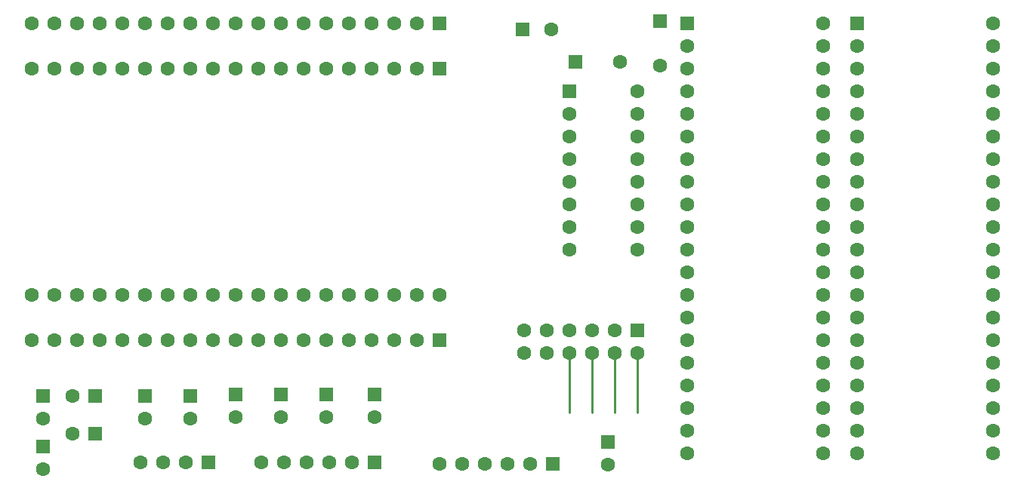
<source format=gts>
%FSLAX46Y46*%
%MOIN*%
G01*
G75*
%ADD10C,0.063000*%
%AMRECT11*21,1,0.063000,0.063000,0.0,0.0,0.000000*%
%ADD11RECT11*%
%AMRECT12*21,1,0.063000,0.063000,0.0,0.0,-90.000000*%
%ADD12RECT12*%
%AMRECT13*21,1,0.063000,0.063000,0.0,0.0,-180.000000*%
%ADD13RECT13*%
%AMRECT14*21,1,0.063000,0.063000,0.0,0.0,-270.000000*%
%ADD14RECT14*%
%ADD15C,0.010000*%
D10*
X3587500Y2156250D03*
X2768750Y1656250D03*
X3587500Y1656250D03*
X2768750Y1256250D03*
X3587500Y1756250D03*
X4337500Y256250D03*
X3587500Y956250D03*
X3587500Y856250D03*
X2868750Y1970325D03*
X143750Y187500D03*
X3587500Y556250D03*
X3587500Y2056250D03*
X2768750Y1456250D03*
X993750Y418750D03*
X793750Y412500D03*
X3587500Y256250D03*
X4337500Y1756250D03*
X2768750Y1156250D03*
X4337500Y1856250D03*
X3587500Y356250D03*
X4337500Y2156250D03*
X2768750Y1556250D03*
X4337500Y1456250D03*
X4337500Y2056250D03*
X4337500Y756250D03*
X1606250Y418750D03*
X3587500Y1856250D03*
X143750Y412500D03*
X4337500Y1256250D03*
X4337500Y556250D03*
X2637500Y206250D03*
X1393750Y418750D03*
X4337500Y956250D03*
X4337500Y1556250D03*
X3587500Y1456250D03*
X3587500Y756250D03*
X4337500Y1956250D03*
X3587500Y656250D03*
X3587500Y1056250D03*
X3587500Y1956250D03*
X2768750Y1756250D03*
X3587500Y1556250D03*
X4337500Y456250D03*
X1193750Y418750D03*
X3587500Y1256250D03*
X3587500Y1156250D03*
X2768750Y1856250D03*
X4337500Y656250D03*
X4337500Y1156250D03*
X593750Y412500D03*
X3587500Y456250D03*
X4337500Y1356250D03*
X3587500Y1356250D03*
X4337500Y1056250D03*
X4337500Y1656250D03*
X4337500Y356250D03*
X4337500Y856250D03*
X2768750Y1356250D03*
X93750Y756250D03*
X1193750Y956250D03*
X193750Y756250D03*
X775000Y218750D03*
X193750Y956250D03*
X1593750Y956250D03*
X2568750Y700000D03*
X1293750Y2156250D03*
X793750Y756250D03*
X1793750Y956250D03*
X1093750Y2156250D03*
X593750Y2156250D03*
X493750Y2156250D03*
X2093750Y212500D03*
X2668750Y700000D03*
X1493750Y2156250D03*
X493750Y956250D03*
X93750Y2156250D03*
X1893750Y212500D03*
X275000Y512500D03*
X1506250Y218750D03*
X1293750Y956250D03*
X1793750Y2156250D03*
X1493750Y756250D03*
X1406250Y218750D03*
X593750Y756250D03*
X993750Y2156250D03*
X1206250Y218750D03*
X575000Y218750D03*
X493750Y756250D03*
X293750Y956250D03*
X893750Y956250D03*
X275000Y343750D03*
X693750Y756250D03*
X793750Y956250D03*
X2293750Y212500D03*
X1193750Y2156250D03*
X1306250Y218750D03*
X2468750Y700000D03*
X2768750Y700000D03*
X1393750Y756250D03*
X393750Y756250D03*
X2193750Y212500D03*
X693750Y956250D03*
X1193750Y756250D03*
X675000Y218750D03*
X1593750Y756250D03*
X193750Y2156250D03*
X393750Y2156250D03*
X993750Y756250D03*
X2268750Y700000D03*
X593750Y956250D03*
X1393750Y956250D03*
X1993750Y212500D03*
X1593750Y2156250D03*
X1293750Y756250D03*
X1493750Y956250D03*
X693750Y2156250D03*
X1093750Y756250D03*
X893750Y756250D03*
X1693750Y756250D03*
X1793750Y756250D03*
X393750Y956250D03*
X1393750Y2156250D03*
X1106250Y218750D03*
X1893750Y956250D03*
X293750Y2156250D03*
X93750Y956250D03*
X2368750Y700000D03*
X993750Y956250D03*
X1693750Y956250D03*
X793750Y2156250D03*
X293750Y756250D03*
X1093750Y956250D03*
X1693750Y2156250D03*
X893750Y2156250D03*
X3737500Y556250D03*
X3737500Y1956250D03*
X2987500Y856250D03*
X2468750Y1256250D03*
X3737500Y356250D03*
X2987500Y1856250D03*
X3737500Y1456250D03*
X2987500Y1156250D03*
X3737500Y756250D03*
X2987500Y1756250D03*
X2468750Y1656250D03*
X2987500Y656250D03*
X3737500Y1556250D03*
X3737500Y1656250D03*
X3737500Y1156250D03*
X2468750Y1456250D03*
X3737500Y456250D03*
X3737500Y1056250D03*
X2987500Y456250D03*
X2987500Y1356250D03*
X2987500Y756250D03*
X3737500Y1856250D03*
X3737500Y1756250D03*
X2987500Y956250D03*
X3737500Y856250D03*
X2987500Y1056250D03*
X2987500Y556250D03*
X2987500Y256250D03*
X2987500Y356250D03*
X2987500Y1456250D03*
X3737500Y256250D03*
X2468750Y1356250D03*
X2987500Y1656250D03*
X3737500Y1256250D03*
X3737500Y656250D03*
X2987500Y2056250D03*
X2987500Y1256250D03*
X3737500Y1356250D03*
X2468750Y1156250D03*
X2468750Y1556250D03*
X3737500Y2056250D03*
X2987500Y1556250D03*
X2468750Y1756250D03*
X2987500Y1956250D03*
X3737500Y956250D03*
X2368750Y800000D03*
X293750Y1956250D03*
X1193750Y1956250D03*
X2668750Y800000D03*
X1493750Y1956250D03*
X1793750Y1956250D03*
X1593750Y1956250D03*
X2692175Y1987500D03*
X493750Y1956250D03*
X2268750Y800000D03*
X2387500Y2131250D03*
X93750Y1956250D03*
X2468750Y800000D03*
X693750Y1956250D03*
X1693750Y1956250D03*
X2568750Y800000D03*
X1393750Y1956250D03*
X1293750Y1956250D03*
X593750Y1956250D03*
X993750Y1956250D03*
X1093750Y1956250D03*
X393750Y1956250D03*
X893750Y1956250D03*
X193750Y1956250D03*
X793750Y1956250D03*
D11*
X1193750Y518750D03*
X1393750Y518750D03*
X2637500Y306250D03*
X143750Y512500D03*
X593750Y512500D03*
X993750Y518750D03*
X1606250Y518750D03*
X2868750Y2167175D03*
X793750Y512500D03*
X143750Y287500D03*
D12*
X875000Y218750D03*
X2393750Y212500D03*
X375000Y343750D03*
X375000Y512500D03*
X1606250Y218750D03*
X1893750Y2156250D03*
X1893750Y756250D03*
D13*
X2987500Y2156250D03*
X2468750Y1856250D03*
X3737500Y2156250D03*
D14*
X2495325Y1987500D03*
X1893750Y1956250D03*
X2768750Y800000D03*
X2262500Y2131250D03*
D15*
X2568750Y437500D02*
X2568750Y700000D01*
X2768750Y437500D02*
X2768750Y700000D01*
X2468750Y437500D02*
X2468750Y700000D01*
X2668750Y437500D02*
X2668750Y700000D01*
M02*

</source>
